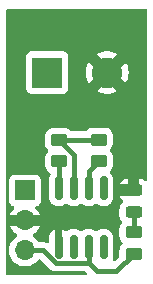
<source format=gbr>
%TF.GenerationSoftware,KiCad,Pcbnew,8.0.7*%
%TF.CreationDate,2024-12-17T11:32:19+05:30*%
%TF.ProjectId,SQR Wave Generator,53515220-5761-4766-9520-47656e657261,rev?*%
%TF.SameCoordinates,Original*%
%TF.FileFunction,Copper,L1,Top*%
%TF.FilePolarity,Positive*%
%FSLAX46Y46*%
G04 Gerber Fmt 4.6, Leading zero omitted, Abs format (unit mm)*
G04 Created by KiCad (PCBNEW 8.0.7) date 2024-12-17 11:32:19*
%MOMM*%
%LPD*%
G01*
G04 APERTURE LIST*
G04 Aperture macros list*
%AMRoundRect*
0 Rectangle with rounded corners*
0 $1 Rounding radius*
0 $2 $3 $4 $5 $6 $7 $8 $9 X,Y pos of 4 corners*
0 Add a 4 corners polygon primitive as box body*
4,1,4,$2,$3,$4,$5,$6,$7,$8,$9,$2,$3,0*
0 Add four circle primitives for the rounded corners*
1,1,$1+$1,$2,$3*
1,1,$1+$1,$4,$5*
1,1,$1+$1,$6,$7*
1,1,$1+$1,$8,$9*
0 Add four rect primitives between the rounded corners*
20,1,$1+$1,$2,$3,$4,$5,0*
20,1,$1+$1,$4,$5,$6,$7,0*
20,1,$1+$1,$6,$7,$8,$9,0*
20,1,$1+$1,$8,$9,$2,$3,0*%
G04 Aperture macros list end*
%TA.AperFunction,SMDPad,CuDef*%
%ADD10RoundRect,0.250000X0.450000X-0.262500X0.450000X0.262500X-0.450000X0.262500X-0.450000X-0.262500X0*%
%TD*%
%TA.AperFunction,ComponentPad*%
%ADD11R,1.700000X1.700000*%
%TD*%
%TA.AperFunction,ComponentPad*%
%ADD12O,1.700000X1.700000*%
%TD*%
%TA.AperFunction,SMDPad,CuDef*%
%ADD13RoundRect,0.150000X0.150000X-0.825000X0.150000X0.825000X-0.150000X0.825000X-0.150000X-0.825000X0*%
%TD*%
%TA.AperFunction,SMDPad,CuDef*%
%ADD14RoundRect,0.250000X-0.450000X0.262500X-0.450000X-0.262500X0.450000X-0.262500X0.450000X0.262500X0*%
%TD*%
%TA.AperFunction,ComponentPad*%
%ADD15R,2.600000X2.600000*%
%TD*%
%TA.AperFunction,ComponentPad*%
%ADD16C,2.600000*%
%TD*%
%TA.AperFunction,SMDPad,CuDef*%
%ADD17RoundRect,0.243750X-0.456250X0.243750X-0.456250X-0.243750X0.456250X-0.243750X0.456250X0.243750X0*%
%TD*%
%TA.AperFunction,ViaPad*%
%ADD18C,0.600000*%
%TD*%
%TA.AperFunction,Conductor*%
%ADD19C,0.400000*%
%TD*%
%TA.AperFunction,Conductor*%
%ADD20C,0.200000*%
%TD*%
G04 APERTURE END LIST*
D10*
%TO.P,R3,1*%
%TO.N,/VOUT*%
X221411800Y-60934600D03*
%TO.P,R3,2*%
%TO.N,Net-(D1-A)*%
X221411800Y-59109600D03*
%TD*%
D11*
%TO.P,J2,1,Pin_1*%
%TO.N,/VCC*%
X212217000Y-55575200D03*
D12*
%TO.P,J2,2,Pin_2*%
%TO.N,GND*%
X212217000Y-58115200D03*
%TO.P,J2,3,Pin_3*%
%TO.N,/VOUT*%
X212217000Y-60655200D03*
%TD*%
D13*
%TO.P,U1,1,GND*%
%TO.N,GND*%
X215061800Y-60350400D03*
%TO.P,U1,2,TR*%
%TO.N,Net-(U1-THR)*%
X216331800Y-60350400D03*
%TO.P,U1,3,Q*%
%TO.N,/VOUT*%
X217601800Y-60350400D03*
%TO.P,U1,4,R*%
%TO.N,/VCC*%
X218871800Y-60350400D03*
%TO.P,U1,5,CV*%
%TO.N,unconnected-(U1-CV-Pad5)*%
X218871800Y-55400400D03*
%TO.P,U1,6,THR*%
%TO.N,Net-(U1-THR)*%
X217601800Y-55400400D03*
%TO.P,U1,7,DIS*%
%TO.N,Net-(U1-DIS)*%
X216331800Y-55400400D03*
%TO.P,U1,8,VCC*%
%TO.N,/VCC*%
X215061800Y-55400400D03*
%TD*%
D14*
%TO.P,R1,1*%
%TO.N,Net-(U1-DIS)*%
X218467300Y-51259100D03*
%TO.P,R1,2*%
%TO.N,Net-(U1-THR)*%
X218467300Y-53084100D03*
%TD*%
D15*
%TO.P,J1,1,Pin_1*%
%TO.N,/VCC*%
X214096600Y-45593000D03*
D16*
%TO.P,J1,2,Pin_2*%
%TO.N,GND*%
X219176600Y-45593000D03*
%TD*%
D17*
%TO.P,D1,1,K*%
%TO.N,GND*%
X221411800Y-55552100D03*
%TO.P,D1,2,A*%
%TO.N,Net-(D1-A)*%
X221411800Y-57427100D03*
%TD*%
D10*
%TO.P,R2,1*%
%TO.N,/VCC*%
X215087200Y-53111400D03*
%TO.P,R2,2*%
%TO.N,Net-(U1-DIS)*%
X215087200Y-51286400D03*
%TD*%
D18*
%TO.N,Net-(U1-THR)*%
X217601800Y-55400400D03*
X216331800Y-60350400D03*
%TO.N,GND*%
X221505600Y-53594000D03*
X216027000Y-58089800D03*
X221030800Y-51511200D03*
X211582000Y-53416200D03*
%TO.N,/VCC*%
X215061800Y-55400400D03*
X218871800Y-60350400D03*
%TD*%
D19*
%TO.N,Net-(U1-THR)*%
X217601800Y-55400400D02*
X217601800Y-53949600D01*
X217601800Y-53949600D02*
X218467300Y-53084100D01*
D20*
%TO.N,GND*%
X215061800Y-60350400D02*
X215061800Y-59055000D01*
X221411800Y-53687800D02*
X221505600Y-53594000D01*
X215061800Y-59055000D02*
X216027000Y-58089800D01*
%TO.N,/VCC*%
X215061800Y-55400400D02*
X215061800Y-54559200D01*
X215061800Y-54559200D02*
X215087200Y-54533800D01*
D19*
X215087200Y-54533800D02*
X215087200Y-53111400D01*
D20*
X215061800Y-55400400D02*
X215061800Y-56194848D01*
X218871800Y-60004848D02*
X218871800Y-60350400D01*
D19*
%TO.N,Net-(D1-A)*%
X221411800Y-59109600D02*
X221411800Y-57427100D01*
%TO.N,/VOUT*%
X219913200Y-62433200D02*
X221411800Y-60934600D01*
X213751048Y-60655200D02*
X212217000Y-60655200D01*
X217601800Y-60350400D02*
X217601800Y-61722000D01*
X218313000Y-62433200D02*
X219913200Y-62433200D01*
X217601800Y-61722000D02*
X218313000Y-62433200D01*
X217601800Y-61722000D02*
X214817848Y-61722000D01*
X214817848Y-61722000D02*
X213751048Y-60655200D01*
D20*
%TO.N,Net-(U1-DIS)*%
X215114500Y-51259100D02*
X215087200Y-51286400D01*
D19*
X215087200Y-51286400D02*
X216331800Y-52531000D01*
X216331800Y-52531000D02*
X216331800Y-55400400D01*
X218467300Y-51259100D02*
X215114500Y-51259100D01*
%TD*%
%TA.AperFunction,Conductor*%
%TO.N,GND*%
G36*
X222505339Y-40245785D02*
G01*
X222551094Y-40298589D01*
X222562300Y-40350100D01*
X222562300Y-54651417D01*
X222542615Y-54718456D01*
X222489811Y-54764211D01*
X222420653Y-54774155D01*
X222357097Y-54745130D01*
X222350619Y-54739098D01*
X222332491Y-54720970D01*
X222184514Y-54629696D01*
X222184509Y-54629694D01*
X222019473Y-54575007D01*
X221917615Y-54564600D01*
X221899300Y-54564600D01*
X221899300Y-55428100D01*
X221879615Y-55495139D01*
X221826811Y-55540894D01*
X221775300Y-55552100D01*
X221411800Y-55552100D01*
X221411800Y-55915600D01*
X221392115Y-55982639D01*
X221339311Y-56028394D01*
X221287800Y-56039600D01*
X220252801Y-56039600D01*
X220276894Y-56112309D01*
X220276896Y-56112314D01*
X220368170Y-56260291D01*
X220491109Y-56383230D01*
X220491973Y-56383763D01*
X220492441Y-56384283D01*
X220496777Y-56387712D01*
X220496191Y-56388452D01*
X220538701Y-56435708D01*
X220549926Y-56504670D01*
X220522086Y-56568754D01*
X220496401Y-56591014D01*
X220496464Y-56591093D01*
X220494712Y-56592478D01*
X220491994Y-56594834D01*
X220490805Y-56595567D01*
X220490796Y-56595574D01*
X220367774Y-56718596D01*
X220367771Y-56718600D01*
X220276442Y-56866666D01*
X220276437Y-56866677D01*
X220221713Y-57031823D01*
X220211300Y-57133744D01*
X220211300Y-57720455D01*
X220221713Y-57822376D01*
X220276437Y-57987522D01*
X220276442Y-57987533D01*
X220367771Y-58135599D01*
X220367774Y-58135603D01*
X220402170Y-58169999D01*
X220435655Y-58231322D01*
X220430671Y-58301014D01*
X220402171Y-58345360D01*
X220369091Y-58378440D01*
X220369089Y-58378442D01*
X220369088Y-58378444D01*
X220342095Y-58422207D01*
X220276987Y-58527763D01*
X220276985Y-58527768D01*
X220249149Y-58611770D01*
X220221801Y-58694303D01*
X220221801Y-58694304D01*
X220221800Y-58694304D01*
X220211300Y-58797083D01*
X220211300Y-59422101D01*
X220211301Y-59422119D01*
X220221800Y-59524896D01*
X220221801Y-59524899D01*
X220276985Y-59691431D01*
X220276987Y-59691436D01*
X220369089Y-59840757D01*
X220462751Y-59934419D01*
X220496236Y-59995742D01*
X220491252Y-60065434D01*
X220462751Y-60109781D01*
X220369089Y-60203442D01*
X220276987Y-60352763D01*
X220276986Y-60352766D01*
X220221801Y-60519303D01*
X220221801Y-60519304D01*
X220221800Y-60519304D01*
X220211300Y-60622083D01*
X220211300Y-61093080D01*
X220191615Y-61160119D01*
X220174981Y-61180761D01*
X219843664Y-61512077D01*
X219782341Y-61545562D01*
X219712649Y-61540578D01*
X219656716Y-61498706D01*
X219632299Y-61433242D01*
X219636906Y-61389804D01*
X219669398Y-61277969D01*
X219672300Y-61241094D01*
X219672300Y-60402314D01*
X219673080Y-60388429D01*
X219677365Y-60350400D01*
X219677365Y-60350398D01*
X219673080Y-60312369D01*
X219672300Y-60298485D01*
X219672300Y-59459713D01*
X219672299Y-59459698D01*
X219669398Y-59422832D01*
X219669397Y-59422826D01*
X219623545Y-59265006D01*
X219623544Y-59265003D01*
X219623544Y-59265002D01*
X219539881Y-59123535D01*
X219539879Y-59123533D01*
X219539876Y-59123529D01*
X219423670Y-59007323D01*
X219423662Y-59007317D01*
X219345481Y-58961081D01*
X219282198Y-58923656D01*
X219282197Y-58923655D01*
X219282196Y-58923655D01*
X219282193Y-58923654D01*
X219124373Y-58877802D01*
X219124367Y-58877801D01*
X219087501Y-58874900D01*
X219087494Y-58874900D01*
X218656106Y-58874900D01*
X218656098Y-58874900D01*
X218619232Y-58877801D01*
X218619226Y-58877802D01*
X218461406Y-58923654D01*
X218461403Y-58923655D01*
X218319937Y-59007317D01*
X218313769Y-59012102D01*
X218311872Y-59009656D01*
X218263158Y-59036257D01*
X218193466Y-59031273D01*
X218161096Y-59010469D01*
X218159831Y-59012102D01*
X218153662Y-59007317D01*
X218075481Y-58961081D01*
X218012198Y-58923656D01*
X218012197Y-58923655D01*
X218012196Y-58923655D01*
X218012193Y-58923654D01*
X217854373Y-58877802D01*
X217854367Y-58877801D01*
X217817501Y-58874900D01*
X217817494Y-58874900D01*
X217386106Y-58874900D01*
X217386098Y-58874900D01*
X217349232Y-58877801D01*
X217349226Y-58877802D01*
X217191406Y-58923654D01*
X217191403Y-58923655D01*
X217049937Y-59007317D01*
X217043769Y-59012102D01*
X217041872Y-59009656D01*
X216993158Y-59036257D01*
X216923466Y-59031273D01*
X216891096Y-59010469D01*
X216889831Y-59012102D01*
X216883662Y-59007317D01*
X216805481Y-58961081D01*
X216742198Y-58923656D01*
X216742197Y-58923655D01*
X216742196Y-58923655D01*
X216742193Y-58923654D01*
X216584373Y-58877802D01*
X216584367Y-58877801D01*
X216547501Y-58874900D01*
X216547494Y-58874900D01*
X216116106Y-58874900D01*
X216116098Y-58874900D01*
X216079232Y-58877801D01*
X216079226Y-58877802D01*
X215921406Y-58923654D01*
X215921403Y-58923655D01*
X215779940Y-59007315D01*
X215773774Y-59012099D01*
X215771974Y-59009779D01*
X215722713Y-59036630D01*
X215653025Y-59031593D01*
X215620792Y-59010861D01*
X215619522Y-59012500D01*
X215613352Y-59007714D01*
X215471996Y-58924117D01*
X215471993Y-58924115D01*
X215361801Y-58892101D01*
X215361800Y-58892102D01*
X215361800Y-60226400D01*
X215342115Y-60293439D01*
X215289311Y-60339194D01*
X215237800Y-60350400D01*
X214885800Y-60350400D01*
X214818761Y-60330715D01*
X214773006Y-60277911D01*
X214761800Y-60226400D01*
X214761800Y-58892102D01*
X214761798Y-58892101D01*
X214651606Y-58924115D01*
X214651603Y-58924117D01*
X214510247Y-59007714D01*
X214510238Y-59007721D01*
X214394121Y-59123838D01*
X214394114Y-59123847D01*
X214310517Y-59265203D01*
X214310516Y-59265206D01*
X214264700Y-59422904D01*
X214264699Y-59422910D01*
X214261800Y-59459750D01*
X214261800Y-59923189D01*
X214242115Y-59990228D01*
X214189311Y-60035983D01*
X214120153Y-60045927D01*
X214088929Y-60035690D01*
X214088488Y-60036756D01*
X213955380Y-59981621D01*
X213955370Y-59981618D01*
X213820044Y-59954700D01*
X213820042Y-59954700D01*
X213820041Y-59954700D01*
X213439711Y-59954700D01*
X213372672Y-59935015D01*
X213338136Y-59901823D01*
X213255494Y-59783797D01*
X213088402Y-59616706D01*
X213088401Y-59616705D01*
X212902405Y-59486469D01*
X212858781Y-59431892D01*
X212851588Y-59362393D01*
X212883110Y-59300039D01*
X212902405Y-59283319D01*
X213088082Y-59153305D01*
X213255105Y-58986282D01*
X213390601Y-58792776D01*
X213473406Y-58615200D01*
X212282826Y-58615200D01*
X212409993Y-58581125D01*
X212524007Y-58515299D01*
X212617099Y-58422207D01*
X212682925Y-58308193D01*
X212717000Y-58181026D01*
X212717000Y-58049374D01*
X212682925Y-57922207D01*
X212617099Y-57808193D01*
X212524007Y-57715101D01*
X212409993Y-57649275D01*
X212282826Y-57615200D01*
X213473406Y-57615200D01*
X213473405Y-57615199D01*
X213390599Y-57437621D01*
X213390597Y-57437617D01*
X213255113Y-57244126D01*
X213255108Y-57244120D01*
X213133053Y-57122065D01*
X213099568Y-57060742D01*
X213104552Y-56991050D01*
X213146424Y-56935117D01*
X213177400Y-56918202D01*
X213266847Y-56884841D01*
X213309326Y-56868998D01*
X213309326Y-56868997D01*
X213309331Y-56868996D01*
X213424546Y-56782746D01*
X213510796Y-56667531D01*
X213561091Y-56532683D01*
X213567500Y-56473073D01*
X213567499Y-54677328D01*
X213561091Y-54617717D01*
X213545161Y-54575007D01*
X213510797Y-54482871D01*
X213510793Y-54482864D01*
X213424547Y-54367655D01*
X213424544Y-54367652D01*
X213309335Y-54281406D01*
X213309328Y-54281402D01*
X213174482Y-54231108D01*
X213174483Y-54231108D01*
X213114883Y-54224701D01*
X213114881Y-54224700D01*
X213114873Y-54224700D01*
X213114864Y-54224700D01*
X211319129Y-54224700D01*
X211319123Y-54224701D01*
X211259516Y-54231108D01*
X211124671Y-54281402D01*
X211124664Y-54281406D01*
X211009455Y-54367652D01*
X211009452Y-54367655D01*
X210923206Y-54482864D01*
X210923202Y-54482871D01*
X210872908Y-54617717D01*
X210866501Y-54677316D01*
X210866501Y-54677323D01*
X210866500Y-54677335D01*
X210866500Y-56473070D01*
X210866501Y-56473076D01*
X210872908Y-56532683D01*
X210923202Y-56667528D01*
X210923206Y-56667535D01*
X211009452Y-56782744D01*
X211009455Y-56782747D01*
X211124664Y-56868993D01*
X211124671Y-56868997D01*
X211186902Y-56892207D01*
X211256598Y-56918202D01*
X211312531Y-56960073D01*
X211336949Y-57025537D01*
X211322098Y-57093810D01*
X211300947Y-57122065D01*
X211178886Y-57244126D01*
X211043402Y-57437617D01*
X211043400Y-57437621D01*
X210960594Y-57615199D01*
X210960594Y-57615200D01*
X212151174Y-57615200D01*
X212024007Y-57649275D01*
X211909993Y-57715101D01*
X211816901Y-57808193D01*
X211751075Y-57922207D01*
X211717000Y-58049374D01*
X211717000Y-58181026D01*
X211751075Y-58308193D01*
X211816901Y-58422207D01*
X211909993Y-58515299D01*
X212024007Y-58581125D01*
X212151174Y-58615200D01*
X210960593Y-58615200D01*
X211043398Y-58792776D01*
X211178894Y-58986282D01*
X211345917Y-59153305D01*
X211531595Y-59283319D01*
X211575219Y-59337896D01*
X211582412Y-59407395D01*
X211550890Y-59469749D01*
X211531595Y-59486469D01*
X211345594Y-59616708D01*
X211178505Y-59783797D01*
X211042965Y-59977369D01*
X211042964Y-59977371D01*
X210943098Y-60191535D01*
X210943094Y-60191544D01*
X210881938Y-60419786D01*
X210881936Y-60419796D01*
X210861341Y-60655199D01*
X210861341Y-60655200D01*
X210881936Y-60890603D01*
X210881938Y-60890613D01*
X210943094Y-61118855D01*
X210943096Y-61118859D01*
X210943097Y-61118863D01*
X211000098Y-61241101D01*
X211042965Y-61333030D01*
X211042967Y-61333034D01*
X211151281Y-61487721D01*
X211178505Y-61526601D01*
X211345599Y-61693695D01*
X211401304Y-61732700D01*
X211539165Y-61829232D01*
X211539167Y-61829233D01*
X211539170Y-61829235D01*
X211753337Y-61929103D01*
X211981592Y-61990263D01*
X212169918Y-62006739D01*
X212216999Y-62010859D01*
X212217000Y-62010859D01*
X212217001Y-62010859D01*
X212256234Y-62007426D01*
X212452408Y-61990263D01*
X212680663Y-61929103D01*
X212894830Y-61829235D01*
X213088401Y-61693695D01*
X213255495Y-61526601D01*
X213325706Y-61426328D01*
X213380283Y-61382704D01*
X213449781Y-61375510D01*
X213512136Y-61407033D01*
X213514962Y-61409771D01*
X214371301Y-62266111D01*
X214371302Y-62266112D01*
X214486040Y-62342777D01*
X214613515Y-62395578D01*
X214613520Y-62395580D01*
X214613524Y-62395580D01*
X214613525Y-62395581D01*
X214748851Y-62422500D01*
X214748854Y-62422500D01*
X214748855Y-62422500D01*
X217260281Y-62422500D01*
X217327320Y-62442185D01*
X217347962Y-62458819D01*
X217397562Y-62508419D01*
X217431047Y-62569742D01*
X217426063Y-62639434D01*
X217384191Y-62695367D01*
X217318727Y-62719784D01*
X217309881Y-62720100D01*
X210733300Y-62720100D01*
X210666261Y-62700415D01*
X210620506Y-62647611D01*
X210609300Y-62596100D01*
X210609300Y-50973883D01*
X213886700Y-50973883D01*
X213886700Y-51598901D01*
X213886701Y-51598919D01*
X213897200Y-51701696D01*
X213897201Y-51701699D01*
X213943339Y-51840931D01*
X213952386Y-51868234D01*
X214031142Y-51995919D01*
X214044489Y-52017557D01*
X214138151Y-52111219D01*
X214171636Y-52172542D01*
X214166652Y-52242234D01*
X214138151Y-52286581D01*
X214044489Y-52380242D01*
X213952387Y-52529563D01*
X213952386Y-52529566D01*
X213897201Y-52696103D01*
X213897201Y-52696104D01*
X213897200Y-52696104D01*
X213886700Y-52798883D01*
X213886700Y-53423901D01*
X213886701Y-53423919D01*
X213897200Y-53526696D01*
X213897201Y-53526699D01*
X213901957Y-53541050D01*
X213952386Y-53693234D01*
X214044488Y-53842556D01*
X214168544Y-53966612D01*
X214317866Y-54058714D01*
X214317867Y-54058714D01*
X214319608Y-54059788D01*
X214366332Y-54111736D01*
X214377555Y-54180698D01*
X214361244Y-54228447D01*
X214310054Y-54315005D01*
X214310054Y-54315006D01*
X214264202Y-54472826D01*
X214264201Y-54472832D01*
X214261300Y-54509698D01*
X214261300Y-55348485D01*
X214260520Y-55362369D01*
X214256235Y-55400398D01*
X214256235Y-55400401D01*
X214260520Y-55438429D01*
X214261300Y-55452314D01*
X214261300Y-56291101D01*
X214264201Y-56327967D01*
X214264202Y-56327973D01*
X214310054Y-56485793D01*
X214310055Y-56485796D01*
X214393717Y-56627262D01*
X214393723Y-56627270D01*
X214509929Y-56743476D01*
X214509933Y-56743479D01*
X214509935Y-56743481D01*
X214651402Y-56827144D01*
X214693024Y-56839236D01*
X214809226Y-56872997D01*
X214809229Y-56872997D01*
X214809231Y-56872998D01*
X214846106Y-56875900D01*
X214846114Y-56875900D01*
X215277486Y-56875900D01*
X215277494Y-56875900D01*
X215314369Y-56872998D01*
X215314371Y-56872997D01*
X215314373Y-56872997D01*
X215355991Y-56860905D01*
X215472198Y-56827144D01*
X215613665Y-56743481D01*
X215613670Y-56743475D01*
X215619831Y-56738698D01*
X215621733Y-56741150D01*
X215670379Y-56714555D01*
X215740074Y-56719504D01*
X215772495Y-56740340D01*
X215773769Y-56738698D01*
X215779932Y-56743478D01*
X215779935Y-56743481D01*
X215921402Y-56827144D01*
X215963024Y-56839236D01*
X216079226Y-56872997D01*
X216079229Y-56872997D01*
X216079231Y-56872998D01*
X216116106Y-56875900D01*
X216116114Y-56875900D01*
X216547486Y-56875900D01*
X216547494Y-56875900D01*
X216584369Y-56872998D01*
X216584371Y-56872997D01*
X216584373Y-56872997D01*
X216625991Y-56860905D01*
X216742198Y-56827144D01*
X216883665Y-56743481D01*
X216883670Y-56743475D01*
X216889831Y-56738698D01*
X216891733Y-56741150D01*
X216940379Y-56714555D01*
X217010074Y-56719504D01*
X217042495Y-56740340D01*
X217043769Y-56738698D01*
X217049932Y-56743478D01*
X217049935Y-56743481D01*
X217191402Y-56827144D01*
X217233024Y-56839236D01*
X217349226Y-56872997D01*
X217349229Y-56872997D01*
X217349231Y-56872998D01*
X217386106Y-56875900D01*
X217386114Y-56875900D01*
X217817486Y-56875900D01*
X217817494Y-56875900D01*
X217854369Y-56872998D01*
X217854371Y-56872997D01*
X217854373Y-56872997D01*
X217895991Y-56860905D01*
X218012198Y-56827144D01*
X218153665Y-56743481D01*
X218153670Y-56743475D01*
X218159831Y-56738698D01*
X218161733Y-56741150D01*
X218210379Y-56714555D01*
X218280074Y-56719504D01*
X218312495Y-56740340D01*
X218313769Y-56738698D01*
X218319932Y-56743478D01*
X218319935Y-56743481D01*
X218461402Y-56827144D01*
X218503024Y-56839236D01*
X218619226Y-56872997D01*
X218619229Y-56872997D01*
X218619231Y-56872998D01*
X218656106Y-56875900D01*
X218656114Y-56875900D01*
X219087486Y-56875900D01*
X219087494Y-56875900D01*
X219124369Y-56872998D01*
X219124371Y-56872997D01*
X219124373Y-56872997D01*
X219165991Y-56860905D01*
X219282198Y-56827144D01*
X219423665Y-56743481D01*
X219539881Y-56627265D01*
X219623544Y-56485798D01*
X219669398Y-56327969D01*
X219672300Y-56291094D01*
X219672300Y-55064600D01*
X220252801Y-55064600D01*
X220924300Y-55064600D01*
X220924300Y-54564600D01*
X220905984Y-54564600D01*
X220804126Y-54575007D01*
X220639090Y-54629694D01*
X220639085Y-54629696D01*
X220491108Y-54720970D01*
X220368170Y-54843908D01*
X220276896Y-54991885D01*
X220276894Y-54991890D01*
X220252801Y-55064600D01*
X219672300Y-55064600D01*
X219672300Y-54509706D01*
X219669398Y-54472831D01*
X219623544Y-54315002D01*
X219539881Y-54173535D01*
X219539879Y-54173533D01*
X219539876Y-54173529D01*
X219433488Y-54067141D01*
X219400003Y-54005818D01*
X219404987Y-53936126D01*
X219433484Y-53891783D01*
X219510012Y-53815256D01*
X219602114Y-53665934D01*
X219657299Y-53499397D01*
X219667800Y-53396609D01*
X219667799Y-52771592D01*
X219657299Y-52668803D01*
X219602114Y-52502266D01*
X219510012Y-52352944D01*
X219416349Y-52259281D01*
X219382864Y-52197958D01*
X219387848Y-52128266D01*
X219416349Y-52083919D01*
X219510012Y-51990256D01*
X219602114Y-51840934D01*
X219657299Y-51674397D01*
X219667800Y-51571609D01*
X219667799Y-50946592D01*
X219657299Y-50843803D01*
X219602114Y-50677266D01*
X219510012Y-50527944D01*
X219385956Y-50403888D01*
X219236634Y-50311786D01*
X219070097Y-50256601D01*
X219070095Y-50256600D01*
X218967310Y-50246100D01*
X217967298Y-50246100D01*
X217967280Y-50246101D01*
X217864503Y-50256600D01*
X217864500Y-50256601D01*
X217697968Y-50311785D01*
X217697963Y-50311787D01*
X217548642Y-50403889D01*
X217430251Y-50522281D01*
X217368928Y-50555766D01*
X217342570Y-50558600D01*
X216184630Y-50558600D01*
X216117591Y-50538915D01*
X216096949Y-50522281D01*
X216005857Y-50431189D01*
X216005856Y-50431188D01*
X215856534Y-50339086D01*
X215689997Y-50283901D01*
X215689995Y-50283900D01*
X215587210Y-50273400D01*
X214587198Y-50273400D01*
X214587180Y-50273401D01*
X214484403Y-50283900D01*
X214484400Y-50283901D01*
X214317868Y-50339085D01*
X214317863Y-50339087D01*
X214168542Y-50431189D01*
X214044489Y-50555242D01*
X213952387Y-50704563D01*
X213952386Y-50704566D01*
X213897201Y-50871103D01*
X213897201Y-50871104D01*
X213897200Y-50871104D01*
X213886700Y-50973883D01*
X210609300Y-50973883D01*
X210609300Y-44245135D01*
X212296100Y-44245135D01*
X212296100Y-46940870D01*
X212296101Y-46940876D01*
X212302508Y-47000483D01*
X212352802Y-47135328D01*
X212352806Y-47135335D01*
X212439052Y-47250544D01*
X212439055Y-47250547D01*
X212554264Y-47336793D01*
X212554271Y-47336797D01*
X212689117Y-47387091D01*
X212689116Y-47387091D01*
X212696044Y-47387835D01*
X212748727Y-47393500D01*
X215444472Y-47393499D01*
X215504083Y-47387091D01*
X215638931Y-47336796D01*
X215754146Y-47250546D01*
X215813469Y-47171301D01*
X218305403Y-47171301D01*
X218517136Y-47273268D01*
X218517140Y-47273269D01*
X218774937Y-47352790D01*
X218774943Y-47352792D01*
X219041701Y-47392999D01*
X219041710Y-47393000D01*
X219311490Y-47393000D01*
X219311498Y-47392999D01*
X219578256Y-47352792D01*
X219578262Y-47352790D01*
X219836061Y-47273269D01*
X220047797Y-47171303D01*
X219176600Y-46300106D01*
X218305403Y-47171301D01*
X215813469Y-47171301D01*
X215840396Y-47135331D01*
X215890691Y-47000483D01*
X215897100Y-46940873D01*
X215897099Y-45592995D01*
X217371553Y-45592995D01*
X217371553Y-45593004D01*
X217391713Y-45862026D01*
X217391713Y-45862028D01*
X217451742Y-46125033D01*
X217451748Y-46125052D01*
X217550306Y-46376174D01*
X217550308Y-46376178D01*
X217600089Y-46462403D01*
X218469494Y-45593000D01*
X218469494Y-45592999D01*
X218405476Y-45528981D01*
X218526600Y-45528981D01*
X218526600Y-45657019D01*
X218551579Y-45782598D01*
X218600578Y-45900890D01*
X218671712Y-46007351D01*
X218762249Y-46097888D01*
X218868710Y-46169022D01*
X218987002Y-46218021D01*
X219112581Y-46243000D01*
X219240619Y-46243000D01*
X219366198Y-46218021D01*
X219484490Y-46169022D01*
X219590951Y-46097888D01*
X219681488Y-46007351D01*
X219752622Y-45900890D01*
X219801621Y-45782598D01*
X219826600Y-45657019D01*
X219826600Y-45592999D01*
X219883706Y-45592999D01*
X219883706Y-45593000D01*
X220753109Y-46462404D01*
X220753110Y-46462404D01*
X220802890Y-46376181D01*
X220901451Y-46125052D01*
X220901457Y-46125033D01*
X220961486Y-45862028D01*
X220961486Y-45862026D01*
X220981647Y-45593004D01*
X220981647Y-45592995D01*
X220961486Y-45323973D01*
X220961486Y-45323971D01*
X220901457Y-45060966D01*
X220901451Y-45060947D01*
X220802890Y-44809818D01*
X220753109Y-44723595D01*
X219883706Y-45592999D01*
X219826600Y-45592999D01*
X219826600Y-45528981D01*
X219801621Y-45403402D01*
X219752622Y-45285110D01*
X219681488Y-45178649D01*
X219590951Y-45088112D01*
X219484490Y-45016978D01*
X219366198Y-44967979D01*
X219240619Y-44943000D01*
X219112581Y-44943000D01*
X218987002Y-44967979D01*
X218868710Y-45016978D01*
X218762249Y-45088112D01*
X218671712Y-45178649D01*
X218600578Y-45285110D01*
X218551579Y-45403402D01*
X218526600Y-45528981D01*
X218405476Y-45528981D01*
X217600089Y-44723595D01*
X217550309Y-44809818D01*
X217451748Y-45060947D01*
X217451742Y-45060966D01*
X217391713Y-45323971D01*
X217391713Y-45323973D01*
X217371553Y-45592995D01*
X215897099Y-45592995D01*
X215897099Y-44245128D01*
X215890691Y-44185517D01*
X215840396Y-44050669D01*
X215840395Y-44050668D01*
X215840393Y-44050664D01*
X215813467Y-44014696D01*
X218305402Y-44014696D01*
X219176600Y-44885894D01*
X219176601Y-44885894D01*
X220047797Y-44014697D01*
X220047796Y-44014695D01*
X219836060Y-43912730D01*
X219836062Y-43912730D01*
X219578262Y-43833209D01*
X219578256Y-43833207D01*
X219311498Y-43793000D01*
X219041701Y-43793000D01*
X218774943Y-43833207D01*
X218774937Y-43833209D01*
X218517138Y-43912730D01*
X218305402Y-44014696D01*
X215813467Y-44014696D01*
X215754147Y-43935455D01*
X215754144Y-43935452D01*
X215638935Y-43849206D01*
X215638928Y-43849202D01*
X215504082Y-43798908D01*
X215504083Y-43798908D01*
X215444483Y-43792501D01*
X215444481Y-43792500D01*
X215444473Y-43792500D01*
X215444464Y-43792500D01*
X212748729Y-43792500D01*
X212748723Y-43792501D01*
X212689116Y-43798908D01*
X212554271Y-43849202D01*
X212554264Y-43849206D01*
X212439055Y-43935452D01*
X212439052Y-43935455D01*
X212352806Y-44050664D01*
X212352802Y-44050671D01*
X212302508Y-44185517D01*
X212296101Y-44245116D01*
X212296101Y-44245123D01*
X212296100Y-44245135D01*
X210609300Y-44245135D01*
X210609300Y-40350100D01*
X210628985Y-40283061D01*
X210681789Y-40237306D01*
X210733300Y-40226100D01*
X222438300Y-40226100D01*
X222505339Y-40245785D01*
G37*
%TD.AperFunction*%
%TD*%
M02*

</source>
